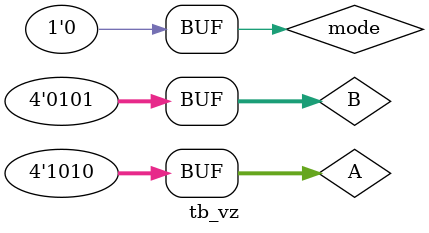
<source format=v>
module tb_vz;
  reg [3:0] A;         
  reg [3:0] B;        
  reg mode;            
  wire [3:0] Sum;      
  wire V;             
  wire Z;     
  wire Cout;
  vz uut(.A(A) ,.B(B) , .mode(mode) , .Sum(Sum) ,.Cout(Cout), .V(V) ,.Z(Z) );     
  
  initial begin

  $monitor("A = %b, B = %b, mode = %b | Sum = %b , Sum = %d,Cout = %b, V = %b, Z = %b",  A, B, mode, Sum,Sum,Cout, V, Z);
  
  A = 4'b0101; B = 4'b0011; mode = 0; // 5 + 3 = 8
    #10;
  A = 4'b0101; B = 4'b0011; mode = 1; // 5 - 3 = 2
    #10;
  A = 4'b0011; B = 4'b0101; mode = 1; // 3 - 5 = -2 or 14 in decimal
    #10;
  A = 4'b0100; B = 4'b0100; mode = 1; // 4 - 4 = 0
    #10;
  A = 4'b1010; B = 4'b0101; mode = 1; // -6 - 5 = -11 or 5 in decimal 
    #10;
  A = 4'b1010; B = 4'b0101; mode = 0; // -6 + 5 = -1 or 15 in decimal
    #10;
  end   


endmodule
</source>
